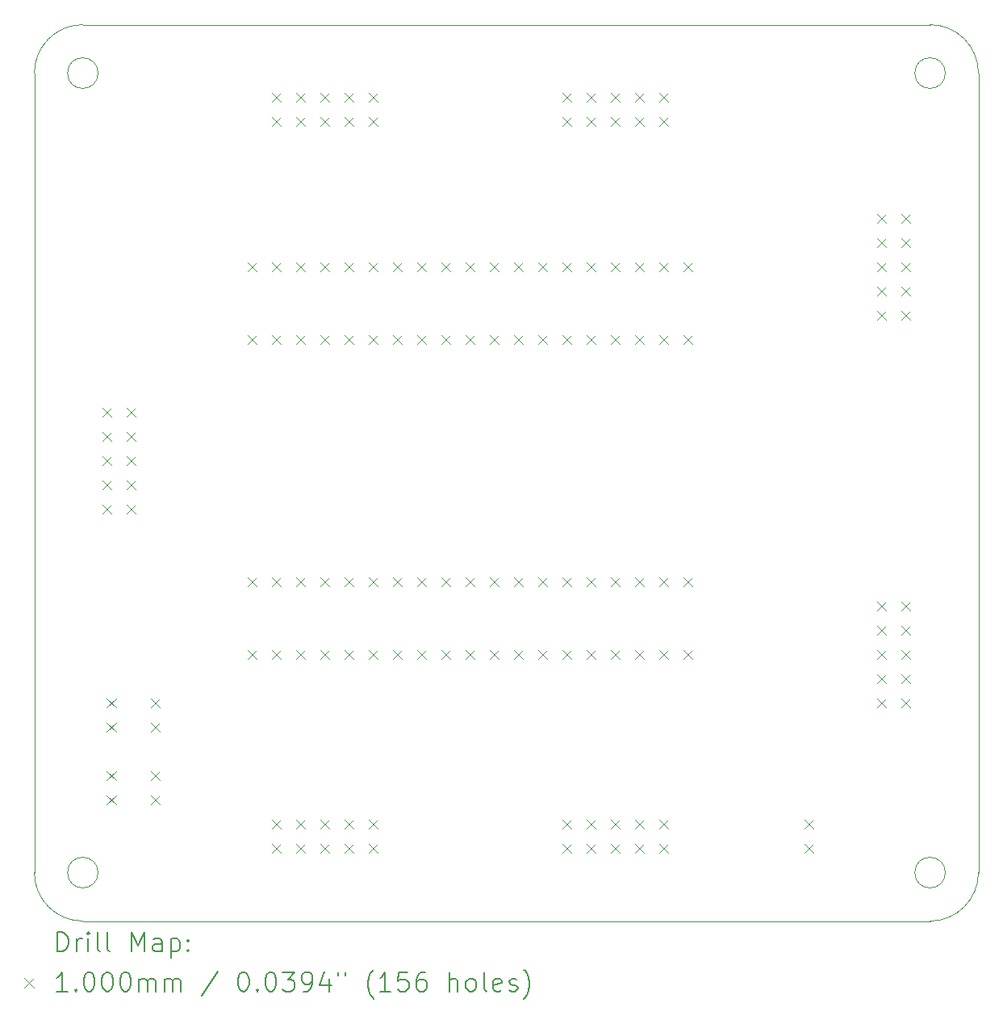
<source format=gbr>
%TF.GenerationSoftware,KiCad,Pcbnew,7.0.1*%
%TF.CreationDate,2023-04-12T13:59:11-04:00*%
%TF.ProjectId,PCB_BioGenius,5043425f-4269-46f4-9765-6e6975732e6b,rev?*%
%TF.SameCoordinates,Original*%
%TF.FileFunction,Drillmap*%
%TF.FilePolarity,Positive*%
%FSLAX45Y45*%
G04 Gerber Fmt 4.5, Leading zero omitted, Abs format (unit mm)*
G04 Created by KiCad (PCBNEW 7.0.1) date 2023-04-12 13:59:11*
%MOMM*%
%LPD*%
G01*
G04 APERTURE LIST*
%ADD10C,0.100000*%
%ADD11C,0.200000*%
G04 APERTURE END LIST*
D10*
X17686000Y-8382000D02*
G75*
G03*
X17686000Y-8382000I-160000J0D01*
G01*
X17686000Y-16764000D02*
G75*
G03*
X17686000Y-16764000I-160000J0D01*
G01*
X17526000Y-7874000D02*
X8636000Y-7874000D01*
X8128000Y-8382000D02*
X8128000Y-16764000D01*
X18034000Y-16764000D02*
X18034000Y-8382000D01*
X8796000Y-8382000D02*
G75*
G03*
X8796000Y-8382000I-160000J0D01*
G01*
X8636000Y-7874000D02*
G75*
G03*
X8128000Y-8382000I0J-508000D01*
G01*
X8636000Y-17272000D02*
X17526000Y-17272000D01*
X17526000Y-17272000D02*
G75*
G03*
X18034000Y-16764000I0J508000D01*
G01*
X8796000Y-16764000D02*
G75*
G03*
X8796000Y-16764000I-160000J0D01*
G01*
X18034000Y-8382000D02*
G75*
G03*
X17526000Y-7874000I-508000J0D01*
G01*
X8128000Y-16764000D02*
G75*
G03*
X8636000Y-17272000I508000J0D01*
G01*
D11*
D10*
X8840000Y-11888000D02*
X8940000Y-11988000D01*
X8940000Y-11888000D02*
X8840000Y-11988000D01*
X8840000Y-12142000D02*
X8940000Y-12242000D01*
X8940000Y-12142000D02*
X8840000Y-12242000D01*
X8840000Y-12396000D02*
X8940000Y-12496000D01*
X8940000Y-12396000D02*
X8840000Y-12496000D01*
X8840000Y-12650000D02*
X8940000Y-12750000D01*
X8940000Y-12650000D02*
X8840000Y-12750000D01*
X8840000Y-12904000D02*
X8940000Y-13004000D01*
X8940000Y-12904000D02*
X8840000Y-13004000D01*
X8888000Y-14936000D02*
X8988000Y-15036000D01*
X8988000Y-14936000D02*
X8888000Y-15036000D01*
X8888000Y-15190000D02*
X8988000Y-15290000D01*
X8988000Y-15190000D02*
X8888000Y-15290000D01*
X8888000Y-15698000D02*
X8988000Y-15798000D01*
X8988000Y-15698000D02*
X8888000Y-15798000D01*
X8888000Y-15952000D02*
X8988000Y-16052000D01*
X8988000Y-15952000D02*
X8888000Y-16052000D01*
X9094000Y-11888000D02*
X9194000Y-11988000D01*
X9194000Y-11888000D02*
X9094000Y-11988000D01*
X9094000Y-12142000D02*
X9194000Y-12242000D01*
X9194000Y-12142000D02*
X9094000Y-12242000D01*
X9094000Y-12396000D02*
X9194000Y-12496000D01*
X9194000Y-12396000D02*
X9094000Y-12496000D01*
X9094000Y-12650000D02*
X9194000Y-12750000D01*
X9194000Y-12650000D02*
X9094000Y-12750000D01*
X9094000Y-12904000D02*
X9194000Y-13004000D01*
X9194000Y-12904000D02*
X9094000Y-13004000D01*
X9348000Y-14936000D02*
X9448000Y-15036000D01*
X9448000Y-14936000D02*
X9348000Y-15036000D01*
X9348000Y-15190000D02*
X9448000Y-15290000D01*
X9448000Y-15190000D02*
X9348000Y-15290000D01*
X9348000Y-15698000D02*
X9448000Y-15798000D01*
X9448000Y-15698000D02*
X9348000Y-15798000D01*
X9348000Y-15952000D02*
X9448000Y-16052000D01*
X9448000Y-15952000D02*
X9348000Y-16052000D01*
X10364000Y-10364000D02*
X10464000Y-10464000D01*
X10464000Y-10364000D02*
X10364000Y-10464000D01*
X10364000Y-11126000D02*
X10464000Y-11226000D01*
X10464000Y-11126000D02*
X10364000Y-11226000D01*
X10364000Y-13666000D02*
X10464000Y-13766000D01*
X10464000Y-13666000D02*
X10364000Y-13766000D01*
X10364000Y-14428000D02*
X10464000Y-14528000D01*
X10464000Y-14428000D02*
X10364000Y-14528000D01*
X10618000Y-8586000D02*
X10718000Y-8686000D01*
X10718000Y-8586000D02*
X10618000Y-8686000D01*
X10618000Y-8840000D02*
X10718000Y-8940000D01*
X10718000Y-8840000D02*
X10618000Y-8940000D01*
X10618000Y-10364000D02*
X10718000Y-10464000D01*
X10718000Y-10364000D02*
X10618000Y-10464000D01*
X10618000Y-11126000D02*
X10718000Y-11226000D01*
X10718000Y-11126000D02*
X10618000Y-11226000D01*
X10618000Y-13666000D02*
X10718000Y-13766000D01*
X10718000Y-13666000D02*
X10618000Y-13766000D01*
X10618000Y-14428000D02*
X10718000Y-14528000D01*
X10718000Y-14428000D02*
X10618000Y-14528000D01*
X10618000Y-16206000D02*
X10718000Y-16306000D01*
X10718000Y-16206000D02*
X10618000Y-16306000D01*
X10618000Y-16460000D02*
X10718000Y-16560000D01*
X10718000Y-16460000D02*
X10618000Y-16560000D01*
X10872000Y-8586000D02*
X10972000Y-8686000D01*
X10972000Y-8586000D02*
X10872000Y-8686000D01*
X10872000Y-8840000D02*
X10972000Y-8940000D01*
X10972000Y-8840000D02*
X10872000Y-8940000D01*
X10872000Y-10364000D02*
X10972000Y-10464000D01*
X10972000Y-10364000D02*
X10872000Y-10464000D01*
X10872000Y-11126000D02*
X10972000Y-11226000D01*
X10972000Y-11126000D02*
X10872000Y-11226000D01*
X10872000Y-13666000D02*
X10972000Y-13766000D01*
X10972000Y-13666000D02*
X10872000Y-13766000D01*
X10872000Y-14428000D02*
X10972000Y-14528000D01*
X10972000Y-14428000D02*
X10872000Y-14528000D01*
X10872000Y-16206000D02*
X10972000Y-16306000D01*
X10972000Y-16206000D02*
X10872000Y-16306000D01*
X10872000Y-16460000D02*
X10972000Y-16560000D01*
X10972000Y-16460000D02*
X10872000Y-16560000D01*
X11126000Y-8586000D02*
X11226000Y-8686000D01*
X11226000Y-8586000D02*
X11126000Y-8686000D01*
X11126000Y-8840000D02*
X11226000Y-8940000D01*
X11226000Y-8840000D02*
X11126000Y-8940000D01*
X11126000Y-10364000D02*
X11226000Y-10464000D01*
X11226000Y-10364000D02*
X11126000Y-10464000D01*
X11126000Y-11126000D02*
X11226000Y-11226000D01*
X11226000Y-11126000D02*
X11126000Y-11226000D01*
X11126000Y-13666000D02*
X11226000Y-13766000D01*
X11226000Y-13666000D02*
X11126000Y-13766000D01*
X11126000Y-14428000D02*
X11226000Y-14528000D01*
X11226000Y-14428000D02*
X11126000Y-14528000D01*
X11126000Y-16206000D02*
X11226000Y-16306000D01*
X11226000Y-16206000D02*
X11126000Y-16306000D01*
X11126000Y-16460000D02*
X11226000Y-16560000D01*
X11226000Y-16460000D02*
X11126000Y-16560000D01*
X11380000Y-8586000D02*
X11480000Y-8686000D01*
X11480000Y-8586000D02*
X11380000Y-8686000D01*
X11380000Y-8840000D02*
X11480000Y-8940000D01*
X11480000Y-8840000D02*
X11380000Y-8940000D01*
X11380000Y-10364000D02*
X11480000Y-10464000D01*
X11480000Y-10364000D02*
X11380000Y-10464000D01*
X11380000Y-11126000D02*
X11480000Y-11226000D01*
X11480000Y-11126000D02*
X11380000Y-11226000D01*
X11380000Y-13666000D02*
X11480000Y-13766000D01*
X11480000Y-13666000D02*
X11380000Y-13766000D01*
X11380000Y-14428000D02*
X11480000Y-14528000D01*
X11480000Y-14428000D02*
X11380000Y-14528000D01*
X11380000Y-16206000D02*
X11480000Y-16306000D01*
X11480000Y-16206000D02*
X11380000Y-16306000D01*
X11380000Y-16460000D02*
X11480000Y-16560000D01*
X11480000Y-16460000D02*
X11380000Y-16560000D01*
X11634000Y-8586000D02*
X11734000Y-8686000D01*
X11734000Y-8586000D02*
X11634000Y-8686000D01*
X11634000Y-8840000D02*
X11734000Y-8940000D01*
X11734000Y-8840000D02*
X11634000Y-8940000D01*
X11634000Y-10364000D02*
X11734000Y-10464000D01*
X11734000Y-10364000D02*
X11634000Y-10464000D01*
X11634000Y-11126000D02*
X11734000Y-11226000D01*
X11734000Y-11126000D02*
X11634000Y-11226000D01*
X11634000Y-13666000D02*
X11734000Y-13766000D01*
X11734000Y-13666000D02*
X11634000Y-13766000D01*
X11634000Y-14428000D02*
X11734000Y-14528000D01*
X11734000Y-14428000D02*
X11634000Y-14528000D01*
X11634000Y-16206000D02*
X11734000Y-16306000D01*
X11734000Y-16206000D02*
X11634000Y-16306000D01*
X11634000Y-16460000D02*
X11734000Y-16560000D01*
X11734000Y-16460000D02*
X11634000Y-16560000D01*
X11888000Y-10364000D02*
X11988000Y-10464000D01*
X11988000Y-10364000D02*
X11888000Y-10464000D01*
X11888000Y-11126000D02*
X11988000Y-11226000D01*
X11988000Y-11126000D02*
X11888000Y-11226000D01*
X11888000Y-13666000D02*
X11988000Y-13766000D01*
X11988000Y-13666000D02*
X11888000Y-13766000D01*
X11888000Y-14428000D02*
X11988000Y-14528000D01*
X11988000Y-14428000D02*
X11888000Y-14528000D01*
X12142000Y-10364000D02*
X12242000Y-10464000D01*
X12242000Y-10364000D02*
X12142000Y-10464000D01*
X12142000Y-11126000D02*
X12242000Y-11226000D01*
X12242000Y-11126000D02*
X12142000Y-11226000D01*
X12142000Y-13666000D02*
X12242000Y-13766000D01*
X12242000Y-13666000D02*
X12142000Y-13766000D01*
X12142000Y-14428000D02*
X12242000Y-14528000D01*
X12242000Y-14428000D02*
X12142000Y-14528000D01*
X12396000Y-10364000D02*
X12496000Y-10464000D01*
X12496000Y-10364000D02*
X12396000Y-10464000D01*
X12396000Y-11126000D02*
X12496000Y-11226000D01*
X12496000Y-11126000D02*
X12396000Y-11226000D01*
X12396000Y-13666000D02*
X12496000Y-13766000D01*
X12496000Y-13666000D02*
X12396000Y-13766000D01*
X12396000Y-14428000D02*
X12496000Y-14528000D01*
X12496000Y-14428000D02*
X12396000Y-14528000D01*
X12650000Y-10364000D02*
X12750000Y-10464000D01*
X12750000Y-10364000D02*
X12650000Y-10464000D01*
X12650000Y-11126000D02*
X12750000Y-11226000D01*
X12750000Y-11126000D02*
X12650000Y-11226000D01*
X12650000Y-13666000D02*
X12750000Y-13766000D01*
X12750000Y-13666000D02*
X12650000Y-13766000D01*
X12650000Y-14428000D02*
X12750000Y-14528000D01*
X12750000Y-14428000D02*
X12650000Y-14528000D01*
X12904000Y-10364000D02*
X13004000Y-10464000D01*
X13004000Y-10364000D02*
X12904000Y-10464000D01*
X12904000Y-11126000D02*
X13004000Y-11226000D01*
X13004000Y-11126000D02*
X12904000Y-11226000D01*
X12904000Y-13666000D02*
X13004000Y-13766000D01*
X13004000Y-13666000D02*
X12904000Y-13766000D01*
X12904000Y-14428000D02*
X13004000Y-14528000D01*
X13004000Y-14428000D02*
X12904000Y-14528000D01*
X13158000Y-10364000D02*
X13258000Y-10464000D01*
X13258000Y-10364000D02*
X13158000Y-10464000D01*
X13158000Y-11126000D02*
X13258000Y-11226000D01*
X13258000Y-11126000D02*
X13158000Y-11226000D01*
X13158000Y-13666000D02*
X13258000Y-13766000D01*
X13258000Y-13666000D02*
X13158000Y-13766000D01*
X13158000Y-14428000D02*
X13258000Y-14528000D01*
X13258000Y-14428000D02*
X13158000Y-14528000D01*
X13412000Y-10364000D02*
X13512000Y-10464000D01*
X13512000Y-10364000D02*
X13412000Y-10464000D01*
X13412000Y-11126000D02*
X13512000Y-11226000D01*
X13512000Y-11126000D02*
X13412000Y-11226000D01*
X13412000Y-13666000D02*
X13512000Y-13766000D01*
X13512000Y-13666000D02*
X13412000Y-13766000D01*
X13412000Y-14428000D02*
X13512000Y-14528000D01*
X13512000Y-14428000D02*
X13412000Y-14528000D01*
X13666000Y-8586000D02*
X13766000Y-8686000D01*
X13766000Y-8586000D02*
X13666000Y-8686000D01*
X13666000Y-8840000D02*
X13766000Y-8940000D01*
X13766000Y-8840000D02*
X13666000Y-8940000D01*
X13666000Y-10364000D02*
X13766000Y-10464000D01*
X13766000Y-10364000D02*
X13666000Y-10464000D01*
X13666000Y-11126000D02*
X13766000Y-11226000D01*
X13766000Y-11126000D02*
X13666000Y-11226000D01*
X13666000Y-13666000D02*
X13766000Y-13766000D01*
X13766000Y-13666000D02*
X13666000Y-13766000D01*
X13666000Y-14428000D02*
X13766000Y-14528000D01*
X13766000Y-14428000D02*
X13666000Y-14528000D01*
X13666000Y-16206000D02*
X13766000Y-16306000D01*
X13766000Y-16206000D02*
X13666000Y-16306000D01*
X13666000Y-16460000D02*
X13766000Y-16560000D01*
X13766000Y-16460000D02*
X13666000Y-16560000D01*
X13920000Y-8586000D02*
X14020000Y-8686000D01*
X14020000Y-8586000D02*
X13920000Y-8686000D01*
X13920000Y-8840000D02*
X14020000Y-8940000D01*
X14020000Y-8840000D02*
X13920000Y-8940000D01*
X13920000Y-10364000D02*
X14020000Y-10464000D01*
X14020000Y-10364000D02*
X13920000Y-10464000D01*
X13920000Y-11126000D02*
X14020000Y-11226000D01*
X14020000Y-11126000D02*
X13920000Y-11226000D01*
X13920000Y-13666000D02*
X14020000Y-13766000D01*
X14020000Y-13666000D02*
X13920000Y-13766000D01*
X13920000Y-14428000D02*
X14020000Y-14528000D01*
X14020000Y-14428000D02*
X13920000Y-14528000D01*
X13920000Y-16206000D02*
X14020000Y-16306000D01*
X14020000Y-16206000D02*
X13920000Y-16306000D01*
X13920000Y-16460000D02*
X14020000Y-16560000D01*
X14020000Y-16460000D02*
X13920000Y-16560000D01*
X14174000Y-8586000D02*
X14274000Y-8686000D01*
X14274000Y-8586000D02*
X14174000Y-8686000D01*
X14174000Y-8840000D02*
X14274000Y-8940000D01*
X14274000Y-8840000D02*
X14174000Y-8940000D01*
X14174000Y-10364000D02*
X14274000Y-10464000D01*
X14274000Y-10364000D02*
X14174000Y-10464000D01*
X14174000Y-11126000D02*
X14274000Y-11226000D01*
X14274000Y-11126000D02*
X14174000Y-11226000D01*
X14174000Y-13666000D02*
X14274000Y-13766000D01*
X14274000Y-13666000D02*
X14174000Y-13766000D01*
X14174000Y-14428000D02*
X14274000Y-14528000D01*
X14274000Y-14428000D02*
X14174000Y-14528000D01*
X14174000Y-16206000D02*
X14274000Y-16306000D01*
X14274000Y-16206000D02*
X14174000Y-16306000D01*
X14174000Y-16460000D02*
X14274000Y-16560000D01*
X14274000Y-16460000D02*
X14174000Y-16560000D01*
X14428000Y-8586000D02*
X14528000Y-8686000D01*
X14528000Y-8586000D02*
X14428000Y-8686000D01*
X14428000Y-8840000D02*
X14528000Y-8940000D01*
X14528000Y-8840000D02*
X14428000Y-8940000D01*
X14428000Y-10364000D02*
X14528000Y-10464000D01*
X14528000Y-10364000D02*
X14428000Y-10464000D01*
X14428000Y-11126000D02*
X14528000Y-11226000D01*
X14528000Y-11126000D02*
X14428000Y-11226000D01*
X14428000Y-13666000D02*
X14528000Y-13766000D01*
X14528000Y-13666000D02*
X14428000Y-13766000D01*
X14428000Y-14428000D02*
X14528000Y-14528000D01*
X14528000Y-14428000D02*
X14428000Y-14528000D01*
X14428000Y-16206000D02*
X14528000Y-16306000D01*
X14528000Y-16206000D02*
X14428000Y-16306000D01*
X14428000Y-16460000D02*
X14528000Y-16560000D01*
X14528000Y-16460000D02*
X14428000Y-16560000D01*
X14682000Y-8586000D02*
X14782000Y-8686000D01*
X14782000Y-8586000D02*
X14682000Y-8686000D01*
X14682000Y-8840000D02*
X14782000Y-8940000D01*
X14782000Y-8840000D02*
X14682000Y-8940000D01*
X14682000Y-10364000D02*
X14782000Y-10464000D01*
X14782000Y-10364000D02*
X14682000Y-10464000D01*
X14682000Y-11126000D02*
X14782000Y-11226000D01*
X14782000Y-11126000D02*
X14682000Y-11226000D01*
X14682000Y-13666000D02*
X14782000Y-13766000D01*
X14782000Y-13666000D02*
X14682000Y-13766000D01*
X14682000Y-14428000D02*
X14782000Y-14528000D01*
X14782000Y-14428000D02*
X14682000Y-14528000D01*
X14682000Y-16206000D02*
X14782000Y-16306000D01*
X14782000Y-16206000D02*
X14682000Y-16306000D01*
X14682000Y-16460000D02*
X14782000Y-16560000D01*
X14782000Y-16460000D02*
X14682000Y-16560000D01*
X14936000Y-10364000D02*
X15036000Y-10464000D01*
X15036000Y-10364000D02*
X14936000Y-10464000D01*
X14936000Y-11126000D02*
X15036000Y-11226000D01*
X15036000Y-11126000D02*
X14936000Y-11226000D01*
X14936000Y-13666000D02*
X15036000Y-13766000D01*
X15036000Y-13666000D02*
X14936000Y-13766000D01*
X14936000Y-14428000D02*
X15036000Y-14528000D01*
X15036000Y-14428000D02*
X14936000Y-14528000D01*
X16206000Y-16206000D02*
X16306000Y-16306000D01*
X16306000Y-16206000D02*
X16206000Y-16306000D01*
X16206000Y-16460000D02*
X16306000Y-16560000D01*
X16306000Y-16460000D02*
X16206000Y-16560000D01*
X16968000Y-9856000D02*
X17068000Y-9956000D01*
X17068000Y-9856000D02*
X16968000Y-9956000D01*
X16968000Y-10110000D02*
X17068000Y-10210000D01*
X17068000Y-10110000D02*
X16968000Y-10210000D01*
X16968000Y-10364000D02*
X17068000Y-10464000D01*
X17068000Y-10364000D02*
X16968000Y-10464000D01*
X16968000Y-10618000D02*
X17068000Y-10718000D01*
X17068000Y-10618000D02*
X16968000Y-10718000D01*
X16968000Y-10872000D02*
X17068000Y-10972000D01*
X17068000Y-10872000D02*
X16968000Y-10972000D01*
X16968000Y-13920000D02*
X17068000Y-14020000D01*
X17068000Y-13920000D02*
X16968000Y-14020000D01*
X16968000Y-14174000D02*
X17068000Y-14274000D01*
X17068000Y-14174000D02*
X16968000Y-14274000D01*
X16968000Y-14428000D02*
X17068000Y-14528000D01*
X17068000Y-14428000D02*
X16968000Y-14528000D01*
X16968000Y-14682000D02*
X17068000Y-14782000D01*
X17068000Y-14682000D02*
X16968000Y-14782000D01*
X16968000Y-14936000D02*
X17068000Y-15036000D01*
X17068000Y-14936000D02*
X16968000Y-15036000D01*
X17222000Y-9856000D02*
X17322000Y-9956000D01*
X17322000Y-9856000D02*
X17222000Y-9956000D01*
X17222000Y-10110000D02*
X17322000Y-10210000D01*
X17322000Y-10110000D02*
X17222000Y-10210000D01*
X17222000Y-10364000D02*
X17322000Y-10464000D01*
X17322000Y-10364000D02*
X17222000Y-10464000D01*
X17222000Y-10618000D02*
X17322000Y-10718000D01*
X17322000Y-10618000D02*
X17222000Y-10718000D01*
X17222000Y-10872000D02*
X17322000Y-10972000D01*
X17322000Y-10872000D02*
X17222000Y-10972000D01*
X17222000Y-13920000D02*
X17322000Y-14020000D01*
X17322000Y-13920000D02*
X17222000Y-14020000D01*
X17222000Y-14174000D02*
X17322000Y-14274000D01*
X17322000Y-14174000D02*
X17222000Y-14274000D01*
X17222000Y-14428000D02*
X17322000Y-14528000D01*
X17322000Y-14428000D02*
X17222000Y-14528000D01*
X17222000Y-14682000D02*
X17322000Y-14782000D01*
X17322000Y-14682000D02*
X17222000Y-14782000D01*
X17222000Y-14936000D02*
X17322000Y-15036000D01*
X17322000Y-14936000D02*
X17222000Y-15036000D01*
D11*
X8370619Y-17589524D02*
X8370619Y-17389524D01*
X8370619Y-17389524D02*
X8418238Y-17389524D01*
X8418238Y-17389524D02*
X8446810Y-17399048D01*
X8446810Y-17399048D02*
X8465857Y-17418095D01*
X8465857Y-17418095D02*
X8475381Y-17437143D01*
X8475381Y-17437143D02*
X8484905Y-17475238D01*
X8484905Y-17475238D02*
X8484905Y-17503810D01*
X8484905Y-17503810D02*
X8475381Y-17541905D01*
X8475381Y-17541905D02*
X8465857Y-17560952D01*
X8465857Y-17560952D02*
X8446810Y-17580000D01*
X8446810Y-17580000D02*
X8418238Y-17589524D01*
X8418238Y-17589524D02*
X8370619Y-17589524D01*
X8570619Y-17589524D02*
X8570619Y-17456190D01*
X8570619Y-17494286D02*
X8580143Y-17475238D01*
X8580143Y-17475238D02*
X8589667Y-17465714D01*
X8589667Y-17465714D02*
X8608714Y-17456190D01*
X8608714Y-17456190D02*
X8627762Y-17456190D01*
X8694429Y-17589524D02*
X8694429Y-17456190D01*
X8694429Y-17389524D02*
X8684905Y-17399048D01*
X8684905Y-17399048D02*
X8694429Y-17408571D01*
X8694429Y-17408571D02*
X8703952Y-17399048D01*
X8703952Y-17399048D02*
X8694429Y-17389524D01*
X8694429Y-17389524D02*
X8694429Y-17408571D01*
X8818238Y-17589524D02*
X8799190Y-17580000D01*
X8799190Y-17580000D02*
X8789667Y-17560952D01*
X8789667Y-17560952D02*
X8789667Y-17389524D01*
X8923000Y-17589524D02*
X8903952Y-17580000D01*
X8903952Y-17580000D02*
X8894429Y-17560952D01*
X8894429Y-17560952D02*
X8894429Y-17389524D01*
X9151571Y-17589524D02*
X9151571Y-17389524D01*
X9151571Y-17389524D02*
X9218238Y-17532381D01*
X9218238Y-17532381D02*
X9284905Y-17389524D01*
X9284905Y-17389524D02*
X9284905Y-17589524D01*
X9465857Y-17589524D02*
X9465857Y-17484762D01*
X9465857Y-17484762D02*
X9456333Y-17465714D01*
X9456333Y-17465714D02*
X9437286Y-17456190D01*
X9437286Y-17456190D02*
X9399190Y-17456190D01*
X9399190Y-17456190D02*
X9380143Y-17465714D01*
X9465857Y-17580000D02*
X9446810Y-17589524D01*
X9446810Y-17589524D02*
X9399190Y-17589524D01*
X9399190Y-17589524D02*
X9380143Y-17580000D01*
X9380143Y-17580000D02*
X9370619Y-17560952D01*
X9370619Y-17560952D02*
X9370619Y-17541905D01*
X9370619Y-17541905D02*
X9380143Y-17522857D01*
X9380143Y-17522857D02*
X9399190Y-17513333D01*
X9399190Y-17513333D02*
X9446810Y-17513333D01*
X9446810Y-17513333D02*
X9465857Y-17503810D01*
X9561095Y-17456190D02*
X9561095Y-17656190D01*
X9561095Y-17465714D02*
X9580143Y-17456190D01*
X9580143Y-17456190D02*
X9618238Y-17456190D01*
X9618238Y-17456190D02*
X9637286Y-17465714D01*
X9637286Y-17465714D02*
X9646810Y-17475238D01*
X9646810Y-17475238D02*
X9656333Y-17494286D01*
X9656333Y-17494286D02*
X9656333Y-17551429D01*
X9656333Y-17551429D02*
X9646810Y-17570476D01*
X9646810Y-17570476D02*
X9637286Y-17580000D01*
X9637286Y-17580000D02*
X9618238Y-17589524D01*
X9618238Y-17589524D02*
X9580143Y-17589524D01*
X9580143Y-17589524D02*
X9561095Y-17580000D01*
X9742048Y-17570476D02*
X9751571Y-17580000D01*
X9751571Y-17580000D02*
X9742048Y-17589524D01*
X9742048Y-17589524D02*
X9732524Y-17580000D01*
X9732524Y-17580000D02*
X9742048Y-17570476D01*
X9742048Y-17570476D02*
X9742048Y-17589524D01*
X9742048Y-17465714D02*
X9751571Y-17475238D01*
X9751571Y-17475238D02*
X9742048Y-17484762D01*
X9742048Y-17484762D02*
X9732524Y-17475238D01*
X9732524Y-17475238D02*
X9742048Y-17465714D01*
X9742048Y-17465714D02*
X9742048Y-17484762D01*
D10*
X8023000Y-17867000D02*
X8123000Y-17967000D01*
X8123000Y-17867000D02*
X8023000Y-17967000D01*
D11*
X8475381Y-18009524D02*
X8361095Y-18009524D01*
X8418238Y-18009524D02*
X8418238Y-17809524D01*
X8418238Y-17809524D02*
X8399190Y-17838095D01*
X8399190Y-17838095D02*
X8380143Y-17857143D01*
X8380143Y-17857143D02*
X8361095Y-17866667D01*
X8561095Y-17990476D02*
X8570619Y-18000000D01*
X8570619Y-18000000D02*
X8561095Y-18009524D01*
X8561095Y-18009524D02*
X8551571Y-18000000D01*
X8551571Y-18000000D02*
X8561095Y-17990476D01*
X8561095Y-17990476D02*
X8561095Y-18009524D01*
X8694429Y-17809524D02*
X8713476Y-17809524D01*
X8713476Y-17809524D02*
X8732524Y-17819048D01*
X8732524Y-17819048D02*
X8742048Y-17828571D01*
X8742048Y-17828571D02*
X8751571Y-17847619D01*
X8751571Y-17847619D02*
X8761095Y-17885714D01*
X8761095Y-17885714D02*
X8761095Y-17933333D01*
X8761095Y-17933333D02*
X8751571Y-17971429D01*
X8751571Y-17971429D02*
X8742048Y-17990476D01*
X8742048Y-17990476D02*
X8732524Y-18000000D01*
X8732524Y-18000000D02*
X8713476Y-18009524D01*
X8713476Y-18009524D02*
X8694429Y-18009524D01*
X8694429Y-18009524D02*
X8675381Y-18000000D01*
X8675381Y-18000000D02*
X8665857Y-17990476D01*
X8665857Y-17990476D02*
X8656333Y-17971429D01*
X8656333Y-17971429D02*
X8646810Y-17933333D01*
X8646810Y-17933333D02*
X8646810Y-17885714D01*
X8646810Y-17885714D02*
X8656333Y-17847619D01*
X8656333Y-17847619D02*
X8665857Y-17828571D01*
X8665857Y-17828571D02*
X8675381Y-17819048D01*
X8675381Y-17819048D02*
X8694429Y-17809524D01*
X8884905Y-17809524D02*
X8903952Y-17809524D01*
X8903952Y-17809524D02*
X8923000Y-17819048D01*
X8923000Y-17819048D02*
X8932524Y-17828571D01*
X8932524Y-17828571D02*
X8942048Y-17847619D01*
X8942048Y-17847619D02*
X8951571Y-17885714D01*
X8951571Y-17885714D02*
X8951571Y-17933333D01*
X8951571Y-17933333D02*
X8942048Y-17971429D01*
X8942048Y-17971429D02*
X8932524Y-17990476D01*
X8932524Y-17990476D02*
X8923000Y-18000000D01*
X8923000Y-18000000D02*
X8903952Y-18009524D01*
X8903952Y-18009524D02*
X8884905Y-18009524D01*
X8884905Y-18009524D02*
X8865857Y-18000000D01*
X8865857Y-18000000D02*
X8856333Y-17990476D01*
X8856333Y-17990476D02*
X8846810Y-17971429D01*
X8846810Y-17971429D02*
X8837286Y-17933333D01*
X8837286Y-17933333D02*
X8837286Y-17885714D01*
X8837286Y-17885714D02*
X8846810Y-17847619D01*
X8846810Y-17847619D02*
X8856333Y-17828571D01*
X8856333Y-17828571D02*
X8865857Y-17819048D01*
X8865857Y-17819048D02*
X8884905Y-17809524D01*
X9075381Y-17809524D02*
X9094429Y-17809524D01*
X9094429Y-17809524D02*
X9113476Y-17819048D01*
X9113476Y-17819048D02*
X9123000Y-17828571D01*
X9123000Y-17828571D02*
X9132524Y-17847619D01*
X9132524Y-17847619D02*
X9142048Y-17885714D01*
X9142048Y-17885714D02*
X9142048Y-17933333D01*
X9142048Y-17933333D02*
X9132524Y-17971429D01*
X9132524Y-17971429D02*
X9123000Y-17990476D01*
X9123000Y-17990476D02*
X9113476Y-18000000D01*
X9113476Y-18000000D02*
X9094429Y-18009524D01*
X9094429Y-18009524D02*
X9075381Y-18009524D01*
X9075381Y-18009524D02*
X9056333Y-18000000D01*
X9056333Y-18000000D02*
X9046810Y-17990476D01*
X9046810Y-17990476D02*
X9037286Y-17971429D01*
X9037286Y-17971429D02*
X9027762Y-17933333D01*
X9027762Y-17933333D02*
X9027762Y-17885714D01*
X9027762Y-17885714D02*
X9037286Y-17847619D01*
X9037286Y-17847619D02*
X9046810Y-17828571D01*
X9046810Y-17828571D02*
X9056333Y-17819048D01*
X9056333Y-17819048D02*
X9075381Y-17809524D01*
X9227762Y-18009524D02*
X9227762Y-17876190D01*
X9227762Y-17895238D02*
X9237286Y-17885714D01*
X9237286Y-17885714D02*
X9256333Y-17876190D01*
X9256333Y-17876190D02*
X9284905Y-17876190D01*
X9284905Y-17876190D02*
X9303952Y-17885714D01*
X9303952Y-17885714D02*
X9313476Y-17904762D01*
X9313476Y-17904762D02*
X9313476Y-18009524D01*
X9313476Y-17904762D02*
X9323000Y-17885714D01*
X9323000Y-17885714D02*
X9342048Y-17876190D01*
X9342048Y-17876190D02*
X9370619Y-17876190D01*
X9370619Y-17876190D02*
X9389667Y-17885714D01*
X9389667Y-17885714D02*
X9399191Y-17904762D01*
X9399191Y-17904762D02*
X9399191Y-18009524D01*
X9494429Y-18009524D02*
X9494429Y-17876190D01*
X9494429Y-17895238D02*
X9503952Y-17885714D01*
X9503952Y-17885714D02*
X9523000Y-17876190D01*
X9523000Y-17876190D02*
X9551572Y-17876190D01*
X9551572Y-17876190D02*
X9570619Y-17885714D01*
X9570619Y-17885714D02*
X9580143Y-17904762D01*
X9580143Y-17904762D02*
X9580143Y-18009524D01*
X9580143Y-17904762D02*
X9589667Y-17885714D01*
X9589667Y-17885714D02*
X9608714Y-17876190D01*
X9608714Y-17876190D02*
X9637286Y-17876190D01*
X9637286Y-17876190D02*
X9656333Y-17885714D01*
X9656333Y-17885714D02*
X9665857Y-17904762D01*
X9665857Y-17904762D02*
X9665857Y-18009524D01*
X10056333Y-17800000D02*
X9884905Y-18057143D01*
X10313476Y-17809524D02*
X10332524Y-17809524D01*
X10332524Y-17809524D02*
X10351572Y-17819048D01*
X10351572Y-17819048D02*
X10361095Y-17828571D01*
X10361095Y-17828571D02*
X10370619Y-17847619D01*
X10370619Y-17847619D02*
X10380143Y-17885714D01*
X10380143Y-17885714D02*
X10380143Y-17933333D01*
X10380143Y-17933333D02*
X10370619Y-17971429D01*
X10370619Y-17971429D02*
X10361095Y-17990476D01*
X10361095Y-17990476D02*
X10351572Y-18000000D01*
X10351572Y-18000000D02*
X10332524Y-18009524D01*
X10332524Y-18009524D02*
X10313476Y-18009524D01*
X10313476Y-18009524D02*
X10294429Y-18000000D01*
X10294429Y-18000000D02*
X10284905Y-17990476D01*
X10284905Y-17990476D02*
X10275381Y-17971429D01*
X10275381Y-17971429D02*
X10265857Y-17933333D01*
X10265857Y-17933333D02*
X10265857Y-17885714D01*
X10265857Y-17885714D02*
X10275381Y-17847619D01*
X10275381Y-17847619D02*
X10284905Y-17828571D01*
X10284905Y-17828571D02*
X10294429Y-17819048D01*
X10294429Y-17819048D02*
X10313476Y-17809524D01*
X10465857Y-17990476D02*
X10475381Y-18000000D01*
X10475381Y-18000000D02*
X10465857Y-18009524D01*
X10465857Y-18009524D02*
X10456334Y-18000000D01*
X10456334Y-18000000D02*
X10465857Y-17990476D01*
X10465857Y-17990476D02*
X10465857Y-18009524D01*
X10599191Y-17809524D02*
X10618238Y-17809524D01*
X10618238Y-17809524D02*
X10637286Y-17819048D01*
X10637286Y-17819048D02*
X10646810Y-17828571D01*
X10646810Y-17828571D02*
X10656334Y-17847619D01*
X10656334Y-17847619D02*
X10665857Y-17885714D01*
X10665857Y-17885714D02*
X10665857Y-17933333D01*
X10665857Y-17933333D02*
X10656334Y-17971429D01*
X10656334Y-17971429D02*
X10646810Y-17990476D01*
X10646810Y-17990476D02*
X10637286Y-18000000D01*
X10637286Y-18000000D02*
X10618238Y-18009524D01*
X10618238Y-18009524D02*
X10599191Y-18009524D01*
X10599191Y-18009524D02*
X10580143Y-18000000D01*
X10580143Y-18000000D02*
X10570619Y-17990476D01*
X10570619Y-17990476D02*
X10561095Y-17971429D01*
X10561095Y-17971429D02*
X10551572Y-17933333D01*
X10551572Y-17933333D02*
X10551572Y-17885714D01*
X10551572Y-17885714D02*
X10561095Y-17847619D01*
X10561095Y-17847619D02*
X10570619Y-17828571D01*
X10570619Y-17828571D02*
X10580143Y-17819048D01*
X10580143Y-17819048D02*
X10599191Y-17809524D01*
X10732524Y-17809524D02*
X10856334Y-17809524D01*
X10856334Y-17809524D02*
X10789667Y-17885714D01*
X10789667Y-17885714D02*
X10818238Y-17885714D01*
X10818238Y-17885714D02*
X10837286Y-17895238D01*
X10837286Y-17895238D02*
X10846810Y-17904762D01*
X10846810Y-17904762D02*
X10856334Y-17923810D01*
X10856334Y-17923810D02*
X10856334Y-17971429D01*
X10856334Y-17971429D02*
X10846810Y-17990476D01*
X10846810Y-17990476D02*
X10837286Y-18000000D01*
X10837286Y-18000000D02*
X10818238Y-18009524D01*
X10818238Y-18009524D02*
X10761095Y-18009524D01*
X10761095Y-18009524D02*
X10742048Y-18000000D01*
X10742048Y-18000000D02*
X10732524Y-17990476D01*
X10951572Y-18009524D02*
X10989667Y-18009524D01*
X10989667Y-18009524D02*
X11008715Y-18000000D01*
X11008715Y-18000000D02*
X11018238Y-17990476D01*
X11018238Y-17990476D02*
X11037286Y-17961905D01*
X11037286Y-17961905D02*
X11046810Y-17923810D01*
X11046810Y-17923810D02*
X11046810Y-17847619D01*
X11046810Y-17847619D02*
X11037286Y-17828571D01*
X11037286Y-17828571D02*
X11027762Y-17819048D01*
X11027762Y-17819048D02*
X11008715Y-17809524D01*
X11008715Y-17809524D02*
X10970619Y-17809524D01*
X10970619Y-17809524D02*
X10951572Y-17819048D01*
X10951572Y-17819048D02*
X10942048Y-17828571D01*
X10942048Y-17828571D02*
X10932524Y-17847619D01*
X10932524Y-17847619D02*
X10932524Y-17895238D01*
X10932524Y-17895238D02*
X10942048Y-17914286D01*
X10942048Y-17914286D02*
X10951572Y-17923810D01*
X10951572Y-17923810D02*
X10970619Y-17933333D01*
X10970619Y-17933333D02*
X11008715Y-17933333D01*
X11008715Y-17933333D02*
X11027762Y-17923810D01*
X11027762Y-17923810D02*
X11037286Y-17914286D01*
X11037286Y-17914286D02*
X11046810Y-17895238D01*
X11218238Y-17876190D02*
X11218238Y-18009524D01*
X11170619Y-17800000D02*
X11123000Y-17942857D01*
X11123000Y-17942857D02*
X11246810Y-17942857D01*
X11313476Y-17809524D02*
X11313476Y-17847619D01*
X11389667Y-17809524D02*
X11389667Y-17847619D01*
X11684905Y-18085714D02*
X11675381Y-18076190D01*
X11675381Y-18076190D02*
X11656334Y-18047619D01*
X11656334Y-18047619D02*
X11646810Y-18028571D01*
X11646810Y-18028571D02*
X11637286Y-18000000D01*
X11637286Y-18000000D02*
X11627762Y-17952381D01*
X11627762Y-17952381D02*
X11627762Y-17914286D01*
X11627762Y-17914286D02*
X11637286Y-17866667D01*
X11637286Y-17866667D02*
X11646810Y-17838095D01*
X11646810Y-17838095D02*
X11656334Y-17819048D01*
X11656334Y-17819048D02*
X11675381Y-17790476D01*
X11675381Y-17790476D02*
X11684905Y-17780952D01*
X11865857Y-18009524D02*
X11751572Y-18009524D01*
X11808714Y-18009524D02*
X11808714Y-17809524D01*
X11808714Y-17809524D02*
X11789667Y-17838095D01*
X11789667Y-17838095D02*
X11770619Y-17857143D01*
X11770619Y-17857143D02*
X11751572Y-17866667D01*
X12046810Y-17809524D02*
X11951572Y-17809524D01*
X11951572Y-17809524D02*
X11942048Y-17904762D01*
X11942048Y-17904762D02*
X11951572Y-17895238D01*
X11951572Y-17895238D02*
X11970619Y-17885714D01*
X11970619Y-17885714D02*
X12018238Y-17885714D01*
X12018238Y-17885714D02*
X12037286Y-17895238D01*
X12037286Y-17895238D02*
X12046810Y-17904762D01*
X12046810Y-17904762D02*
X12056334Y-17923810D01*
X12056334Y-17923810D02*
X12056334Y-17971429D01*
X12056334Y-17971429D02*
X12046810Y-17990476D01*
X12046810Y-17990476D02*
X12037286Y-18000000D01*
X12037286Y-18000000D02*
X12018238Y-18009524D01*
X12018238Y-18009524D02*
X11970619Y-18009524D01*
X11970619Y-18009524D02*
X11951572Y-18000000D01*
X11951572Y-18000000D02*
X11942048Y-17990476D01*
X12227762Y-17809524D02*
X12189667Y-17809524D01*
X12189667Y-17809524D02*
X12170619Y-17819048D01*
X12170619Y-17819048D02*
X12161095Y-17828571D01*
X12161095Y-17828571D02*
X12142048Y-17857143D01*
X12142048Y-17857143D02*
X12132524Y-17895238D01*
X12132524Y-17895238D02*
X12132524Y-17971429D01*
X12132524Y-17971429D02*
X12142048Y-17990476D01*
X12142048Y-17990476D02*
X12151572Y-18000000D01*
X12151572Y-18000000D02*
X12170619Y-18009524D01*
X12170619Y-18009524D02*
X12208715Y-18009524D01*
X12208715Y-18009524D02*
X12227762Y-18000000D01*
X12227762Y-18000000D02*
X12237286Y-17990476D01*
X12237286Y-17990476D02*
X12246810Y-17971429D01*
X12246810Y-17971429D02*
X12246810Y-17923810D01*
X12246810Y-17923810D02*
X12237286Y-17904762D01*
X12237286Y-17904762D02*
X12227762Y-17895238D01*
X12227762Y-17895238D02*
X12208715Y-17885714D01*
X12208715Y-17885714D02*
X12170619Y-17885714D01*
X12170619Y-17885714D02*
X12151572Y-17895238D01*
X12151572Y-17895238D02*
X12142048Y-17904762D01*
X12142048Y-17904762D02*
X12132524Y-17923810D01*
X12484905Y-18009524D02*
X12484905Y-17809524D01*
X12570619Y-18009524D02*
X12570619Y-17904762D01*
X12570619Y-17904762D02*
X12561096Y-17885714D01*
X12561096Y-17885714D02*
X12542048Y-17876190D01*
X12542048Y-17876190D02*
X12513476Y-17876190D01*
X12513476Y-17876190D02*
X12494429Y-17885714D01*
X12494429Y-17885714D02*
X12484905Y-17895238D01*
X12694429Y-18009524D02*
X12675381Y-18000000D01*
X12675381Y-18000000D02*
X12665857Y-17990476D01*
X12665857Y-17990476D02*
X12656334Y-17971429D01*
X12656334Y-17971429D02*
X12656334Y-17914286D01*
X12656334Y-17914286D02*
X12665857Y-17895238D01*
X12665857Y-17895238D02*
X12675381Y-17885714D01*
X12675381Y-17885714D02*
X12694429Y-17876190D01*
X12694429Y-17876190D02*
X12723000Y-17876190D01*
X12723000Y-17876190D02*
X12742048Y-17885714D01*
X12742048Y-17885714D02*
X12751572Y-17895238D01*
X12751572Y-17895238D02*
X12761096Y-17914286D01*
X12761096Y-17914286D02*
X12761096Y-17971429D01*
X12761096Y-17971429D02*
X12751572Y-17990476D01*
X12751572Y-17990476D02*
X12742048Y-18000000D01*
X12742048Y-18000000D02*
X12723000Y-18009524D01*
X12723000Y-18009524D02*
X12694429Y-18009524D01*
X12875381Y-18009524D02*
X12856334Y-18000000D01*
X12856334Y-18000000D02*
X12846810Y-17980952D01*
X12846810Y-17980952D02*
X12846810Y-17809524D01*
X13027762Y-18000000D02*
X13008715Y-18009524D01*
X13008715Y-18009524D02*
X12970619Y-18009524D01*
X12970619Y-18009524D02*
X12951572Y-18000000D01*
X12951572Y-18000000D02*
X12942048Y-17980952D01*
X12942048Y-17980952D02*
X12942048Y-17904762D01*
X12942048Y-17904762D02*
X12951572Y-17885714D01*
X12951572Y-17885714D02*
X12970619Y-17876190D01*
X12970619Y-17876190D02*
X13008715Y-17876190D01*
X13008715Y-17876190D02*
X13027762Y-17885714D01*
X13027762Y-17885714D02*
X13037286Y-17904762D01*
X13037286Y-17904762D02*
X13037286Y-17923810D01*
X13037286Y-17923810D02*
X12942048Y-17942857D01*
X13113477Y-18000000D02*
X13132524Y-18009524D01*
X13132524Y-18009524D02*
X13170619Y-18009524D01*
X13170619Y-18009524D02*
X13189667Y-18000000D01*
X13189667Y-18000000D02*
X13199191Y-17980952D01*
X13199191Y-17980952D02*
X13199191Y-17971429D01*
X13199191Y-17971429D02*
X13189667Y-17952381D01*
X13189667Y-17952381D02*
X13170619Y-17942857D01*
X13170619Y-17942857D02*
X13142048Y-17942857D01*
X13142048Y-17942857D02*
X13123000Y-17933333D01*
X13123000Y-17933333D02*
X13113477Y-17914286D01*
X13113477Y-17914286D02*
X13113477Y-17904762D01*
X13113477Y-17904762D02*
X13123000Y-17885714D01*
X13123000Y-17885714D02*
X13142048Y-17876190D01*
X13142048Y-17876190D02*
X13170619Y-17876190D01*
X13170619Y-17876190D02*
X13189667Y-17885714D01*
X13265858Y-18085714D02*
X13275381Y-18076190D01*
X13275381Y-18076190D02*
X13294429Y-18047619D01*
X13294429Y-18047619D02*
X13303953Y-18028571D01*
X13303953Y-18028571D02*
X13313477Y-18000000D01*
X13313477Y-18000000D02*
X13323000Y-17952381D01*
X13323000Y-17952381D02*
X13323000Y-17914286D01*
X13323000Y-17914286D02*
X13313477Y-17866667D01*
X13313477Y-17866667D02*
X13303953Y-17838095D01*
X13303953Y-17838095D02*
X13294429Y-17819048D01*
X13294429Y-17819048D02*
X13275381Y-17790476D01*
X13275381Y-17790476D02*
X13265858Y-17780952D01*
M02*

</source>
